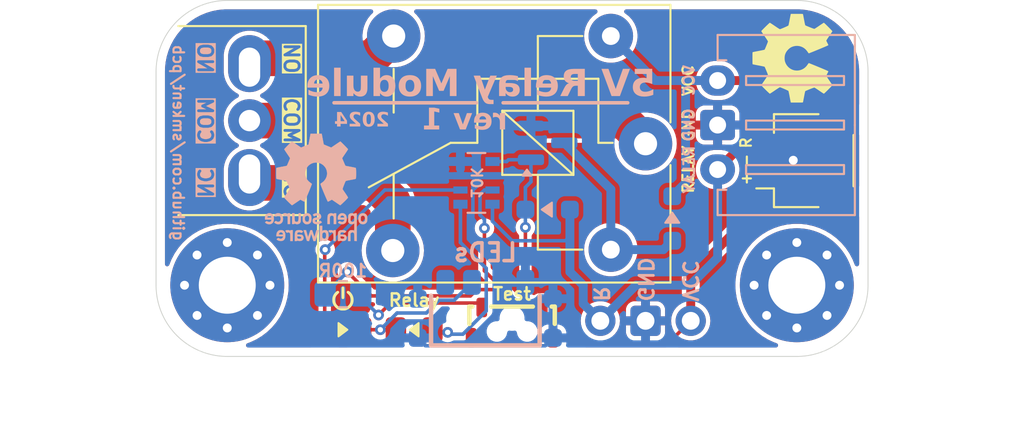
<source format=kicad_pcb>
(kicad_pcb (version 20240108) (generator "pcbnew") (generator_version "8.0")
  (layers (0 "F.Cu" signal) (31 "B.Cu" signal) (34 "B.Paste" user) (35 "F.Paste" user) (36 "B.SilkS" user "B.Silkscreen") (37 "F.SilkS" user "F.Silkscreen") (38 "B.Mask" user) (39 "F.Mask" user) (44 "Edge.Cuts" user))
  (net 0 "")
  (net 1 "+5V")
  (net 2 "GND")
  (net 3 "LED_GND")
  (net 4 "Net-(LED1-A)")
  (net 6 "RELAY_1_COIL")
  (net 7 "Net-(D3-K)")
  (net 8 "RELAY_1_CONTROL")
  (net 9 "RELAY_1_SW_NO")
  (net 10 "RELAY_1_SW_NC")
  (net 11 "RELAY_1_SW_COMMON")
  (net 12 "Net-(LED0-A)")
  (net 13 "Net-(R1-Pad1)")
  (footprint "lcsc:SW-SMD_BZCN_TSA002A35XXX" (layer "F.Cu") (at 120 108.1 180)
    (property "Reference" "SW1" (hide yes))
    (property "Value" "Test Button")
    (pad "" np_thru_hole circle (at -0.85 -0.5 180) (size 0.65 0.65) (drill 0.65) (layers "F&B.Cu" "*.Mask"))
    (pad "" np_thru_hole circle (at 0.85 -0.5 180) (size 0.65 0.65) (drill 0.65) (layers "F&B.Cu" "*.Mask"))
    (pad "1" smd roundrect (at -1.7 0.85 180) (size 0.6 1.1) (layers "F.Cu" "F.Paste" "F.Mask") (net 7 "Net-(D3-K)"))
    (pad "2" smd roundrect (at 1.7 0.85 180) (size 0.6 1.1) (layers "F.Cu" "F.Paste" "F.Mask") (net 13 "Net-(R1-Pad1)"))
    (pad "3" smd roundrect (at 2.3 -0.85 180) (size 0.6 1.1) (layers "F.Cu" "F.Paste" "F.Mask"))
    (pad "4" smd roundrect (at -2.3 -0.85 180) (size 0.6 1.1) (layers "F.Cu" "F.Paste" "F.Mask"))
  )
  (footprint "custom:Conn_Combo_TerminalBlock_P3.5_JST-XH_1x03" (layer "F.Cu") (at 105.25 93.25 -90)
    (property "Reference" "J1" (hide yes))
    (property "Value" "P3.5")
    (pad "1" thru_hole oval (at 0.5 0 270) (size 3.2 2.4) (drill oval 2.2 1.2 (offset -0.2 0)) (layers "*.Cu" "*.Mask") (net 9 "RELAY_1_SW_NO"))
    (pad "2" thru_hole oval (at 3.5 0 270) (size 2.4 2.4) (drill 1.2) (layers "*.Cu" "*.Mask") (net 11 "RELAY_1_SW_COMMON"))
    (pad "3" thru_hole oval (at 6.5 0 270) (size 3.2 2.4) (drill oval 2.2 1.2 (offset 0.2 0)) (layers "*.Cu" "*.Mask") (net 10 "RELAY_1_SW_NC"))
  )
  (footprint "custom:JST_SH_SM03B-SRSS-TB_1x03-1MP_P1.00mm_Horizontal" (layer "F.Cu") (at 136.5 99 90)
    (property "Reference" "J0")
    (property "Value" "JST SH")
    (pad "1" smd roundrect (at -1 -2 90) (size 0.6 1.55) (layers "F.Cu" "F.Paste" "F.Mask") (net 1 "+5V"))
    (pad "2" smd roundrect (at 0 -2 90) (size 0.6 1.55) (layers "F.Cu" "F.Paste" "F.Mask") (net 2 "GND"))
    (pad "3" smd roundrect (at 1 -2 90) (size 0.6 1.55) (layers "F.Cu" "F.Paste" "F.Mask") (net 8 "RELAY_1_CONTROL"))
    (pad "MP" smd roundrect (at -2.3 1.875 90) (size 1.2 1.8) (layers "F.Cu" "F.Paste" "F.Mask") (roundrect_rratio 0.208333) (net 2 "GND"))
    (pad "MP" smd roundrect (at 2.3 1.875 90) (size 1.2 1.8) (layers "F.Cu" "F.Paste" "F.Mask") (roundrect_rratio 0.208333) (net 2 "GND"))
  )
  (footprint "custom:PinHeader_1x03_P2.54mm_Vertical_simple_pad2gnd" (layer "F.Cu") (at 130.04 108 -90)
    (property "Reference" "J10" (hide yes))
    (property "Value" "Pin Headers")
    (pad "1" thru_hole circle (at 0 0 270) (size 1.7 1.7) (drill 1) (layers "*.Cu" "*.Mask") (net 1 "+5V"))
    (pad "2" thru_hole roundrect (at 0 2.54 270) (size 1.7 1.7) (drill 1) (layers "*.Cu" "*.Mask") (roundrect_rratio 0.1470588235) (net 2 "GND"))
    (pad "3" thru_hole oval (at 0 5.08 270) (size 1.7 1.7) (drill 1) (layers "*.Cu" "*.Mask") (net 8 "RELAY_1_CONTROL"))
  )
  (footprint "MountingHole:MountingHole_3.2mm_M3_Pad_Via" (layer "F.Cu") (at 136 106)
    (property "Reference" "REF**" (hide yes))
    (property "Value" "MountingHole_3.2mm_M3_Pad_Via")
    (pad "1" thru_hole circle (at -2.4 0) (size 0.8 0.8) (drill 0.5) (layers "*.Cu" "*.Mask"))
    (pad "1" thru_hole circle (at -1.697056 -1.697056) (size 0.8 0.8) (drill 0.5) (layers "*.Cu" "*.Mask"))
    (pad "1" thru_hole circle (at -1.697056 1.697056) (size 0.8 0.8) (drill 0.5) (layers "*.Cu" "*.Mask"))
    (pad "1" thru_hole circle (at 0 -2.4) (size 0.8 0.8) (drill 0.5) (layers "*.Cu" "*.Mask"))
    (pad "1" thru_hole circle (at 0 0) (size 6.4 6.4) (drill 3.2) (layers "*.Cu" "*.Mask"))
    (pad "1" thru_hole circle (at 0 2.4) (size 0.8 0.8) (drill 0.5) (layers "*.Cu" "*.Mask"))
    (pad "1" thru_hole circle (at 1.697056 -1.697056) (size 0.8 0.8) (drill 0.5) (layers "*.Cu" "*.Mask"))
    (pad "1" thru_hole circle (at 1.697056 1.697056) (size 0.8 0.8) (drill 0.5) (layers "*.Cu" "*.Mask"))
    (pad "1" thru_hole circle (at 2.4 0) (size 0.8 0.8) (drill 0.5) (layers "*.Cu" "*.Mask"))
  )
  (footprint "custom:LED_0805_2012Metric_Pad1.15x1.40mm_HandSolder_simple" (layer "F.Cu") (at 114.5 108.5)
    (property "Reference" "LED1" (hide yes))
    (property "Value" "LED")
    (pad "1" smd roundrect (at -1.025 0) (size 1.15 1.4) (layers "F.Cu" "F.Paste" "F.Mask") (roundrect_rratio 0.217391) (net 3 "LED_GND"))
    (pad "2" smd roundrect (at 1.025 0) (size 1.15 1.4) (layers "F.Cu" "F.Paste" "F.Mask") (roundrect_rratio 0.217391) (net 4 "Net-(LED1-A)"))
  )
  (footprint "graphics:icon-power-1.5mm" (layer "F.Cu") (at 110.5 106.75)
    (property "Reference" "G***" (hide yes))
    (property "Value" "LOGO" (hide yes))
  )
  (footprint "custom:LED_0805_2012Metric_Pad1.15x1.40mm_HandSolder_simple" (layer "F.Cu") (at 110.5 108.5 180)
    (property "Reference" "LED0" (hide yes))
    (property "Value" "LED")
    (pad "1" smd roundrect (at -1.025 0 180) (size 1.15 1.4) (layers "F.Cu" "F.Paste" "F.Mask") (roundrect_rratio 0.217391) (net 3 "LED_GND"))
    (pad "2" smd roundrect (at 1.025 0 180) (size 1.15 1.4) (layers "F.Cu" "F.Paste" "F.Mask") (roundrect_rratio 0.217391) (net 12 "Net-(LED0-A)"))
  )
  (footprint "Relay_THT:Relay_SPDT_SANYOU_SRD_Series_Form_C" (layer "F.Cu") (at 127.5 98.05 180)
    (property "Reference" "K1" (hide yes))
    (property "Value" "Relay_SPDT")
    (pad "1" thru_hole circle (at 0 0 270) (size 3 3) (drill 1.3) (layers "*.Cu" "*.Mask") (net 11 "RELAY_1_SW_COMMON"))
    (pad "2" thru_hole circle (at 1.95 6.05 270) (size 2.5 2.5) (drill 1) (layers "*.Cu" "*.Mask") (net 1 "+5V"))
    (pad "3" thru_hole circle (at 14.15 6.05 270) (size 3 3) (drill 1.3) (layers "*.Cu" "*.Mask") (net 9 "RELAY_1_SW_NO"))
    (pad "4" thru_hole circle (at 14.2 -6 270) (size 3 3) (drill 1.3) (layers "*.Cu" "*.Mask") (net 10 "RELAY_1_SW_NC"))
    (pad "5" thru_hole circle (at 1.95 -5.95 270) (size 2.5 2.5) (drill 1) (layers "*.Cu" "*.Mask") (net 6 "RELAY_1_COIL"))
  )
  (footprint "MountingHole:MountingHole_3.2mm_M3_Pad_Via" (layer "F.Cu") (at 104 106)
    (property "Reference" "REF**" (hide yes))
    (property "Value" "MountingHole_3.2mm_M3_Pad_Via")
    (pad "1" thru_hole circle (at -2.4 0) (size 0.8 0.8) (drill 0.5) (layers "*.Cu" "*.Mask"))
    (pad "1" thru_hole circle (at -1.697056 -1.697056) (size 0.8 0.8) (drill 0.5) (layers "*.Cu" "*.Mask"))
    (pad "1" thru_hole circle (at -1.697056 1.697056) (size 0.8 0.8) (drill 0.5) (layers "*.Cu" "*.Mask"))
    (pad "1" thru_hole circle (at 0 -2.4) (size 0.8 0.8) (drill 0.5) (layers "*.Cu" "*.Mask"))
    (pad "1" thru_hole circle (at 0 0) (size 6.4 6.4) (drill 3.2) (layers "*.Cu" "*.Mask"))
    (pad "1" thru_hole circle (at 0 2.4) (size 0.8 0.8) (drill 0.5) (layers "*.Cu" "*.Mask"))
    (pad "1" thru_hole circle (at 1.697056 -1.697056) (size 0.8 0.8) (drill 0.5) (layers "*.Cu" "*.Mask"))
    (pad "1" thru_hole circle (at 1.697056 1.697056) (size 0.8 0.8) (drill 0.5) (layers "*.Cu" "*.Mask"))
    (pad "1" thru_hole circle (at 2.4 0) (size 0.8 0.8) (drill 0.5) (layers "*.Cu" "*.Mask"))
  )
  (footprint "graphics:oshw-logo-5mm" (layer "F.Cu") (at 135.75 93.25 90)
    (property "Reference" "G***" (hide yes))
    (property "Value" "LOGO" (hide yes))
  )
  (footprint "Symbol:OSHW-Logo_5.7x6mm_SilkScreen" (layer "B.Cu") (at 109 100.5 180)
    (property "Reference" "REF**" (hide yes))
    (property "Value" "OSHW-Logo_5.7x6mm_SilkScreen" (hide yes))
  )
  (footprint "Resistor_SMD:R_Array_Convex_4x0603" (layer "B.Cu") (at 118 100.25)
    (property "Reference" "RN1" (hide yes))
    (property "Value" "10K")
    (pad "1" smd rect (at -0.9 1.2) (size 0.8 0.5) (layers "B.Cu" "B.Paste" "B.Mask") (net 4 "Net-(LED1-A)"))
    (pad "2" smd rect (at -0.9 0.4) (size 0.8 0.4) (layers "B.Cu" "B.Paste" "B.Mask") (net 12 "Net-(LED0-A)"))
    (pad "3" smd rect (at -0.9 -0.4) (size 0.8 0.4) (layers "B.Cu" "B.Paste" "B.Mask") (net 2 "GND"))
    (pad "4" smd rect (at -0.9 -1.2) (size 0.8 0.5) (layers "B.Cu" "B.Paste" "B.Mask") (net 2 "GND"))
    (pad "5" smd rect (at 0.9 -1.2) (size 0.8 0.5) (layers "B.Cu" "B.Paste" "B.Mask") (net 7 "Net-(D3-K)"))
    (pad "6" smd rect (at 0.9 -0.4) (size 0.8 0.4) (layers "B.Cu" "B.Paste" "B.Mask") (net 2 "GND"))
    (pad "7" smd rect (at 0.9 0.4) (size 0.8 0.4) (layers "B.Cu" "B.Paste" "B.Mask") (net 1 "+5V"))
    (pad "8" smd rect (at 0.9 1.2) (size 0.8 0.5) (layers "B.Cu" "B.Paste" "B.Mask") (net 8 "RELAY_1_CONTROL"))
  )
  (footprint "custom:D_SOD-323_HandSoldering_simple" (layer "B.Cu") (at 129 102.25 -90)
    (property "Reference" "D1" (hide yes))
    (property "Value" "1N4148WS")
    (pad "1" smd roundrect (at -1.25 0 270) (size 1 1) (layers "B.Cu" "B.Paste" "B.Mask") (net 1 "+5V"))
    (pad "2" smd roundrect (at 1.25 0 270) (size 1 1) (layers "B.Cu" "B.Paste" "B.Mask") (net 6 "RELAY_1_COIL"))
  )
  (footprint "custom:D_SOD-323_HandSoldering_simple" (layer "B.Cu") (at 122 101.75)
    (property "Reference" "D3" (hide yes))
    (property "Value" "1N4148WS")
    (pad "1" smd roundrect (at -1.25 0) (size 1 1) (layers "B.Cu" "B.Paste" "B.Mask") (net 7 "Net-(D3-K)"))
    (pad "2" smd roundrect (at 1.25 0) (size 1 1) (layers "B.Cu" "B.Paste" "B.Mask") (net 8 "RELAY_1_CONTROL"))
  )
  (footprint "custom:JST_XH_S3B-XH_1x03_P2.50mm_Horizontal_pad2gnd" (layer "B.Cu") (at 131.55 94.5 -90)
    (property "Reference" "J2" (hide yes))
    (property "Value" "JST XH")
    (pad "1" thru_hole oval (at 0 0 270) (size 1.7 1.95) (drill 0.95) (layers "*.Cu" "*.Mask") (net 1 "+5V"))
    (pad "2" thru_hole roundrect (at 2.5 0 270) (size 1.7 1.95) (drill 0.95) (layers "*.Cu" "*.Mask") (roundrect_rratio 0.1470588235) (net 2 "GND"))
    (pad "3" thru_hole oval (at 5 0 270) (size 1.7 1.95) (drill 0.95) (layers "*.Cu" "*.Mask") (net 8 "RELAY_1_CONTROL"))
  )
  (footprint "custom:SOT-23_simple" (layer "B.Cu") (at 122 98)
    (property "Reference" "Q1" (hide yes))
    (property "Value" "BSS138")
    (pad "1" smd roundrect (at -0.9375 0.95) (size 1.475 0.6) (layers "B.Cu" "B.Paste" "B.Mask") (net 7 "Net-(D3-K)"))
    (pad "2" smd roundrect (at -0.9375 -0.95) (size 1.475 0.6) (layers "B.Cu" "B.Paste" "B.Mask") (net 2 "GND"))
    (pad "3" smd roundrect (at 0.9375 0) (size 1.475 0.6) (layers "B.Cu" "B.Paste" "B.Mask") (net 6 "RELAY_1_COIL"))
  )
  (footprint "Resistor_SMD:R_0805_2012Metric_Pad1.20x1.40mm_HandSolder" (layer "B.Cu") (at 110.5 106.5 180)
    (property "Reference" "R1" (hide yes))
    (property "Value" "100R")
    (pad "1" smd roundrect (at -1 0 180) (size 1.2 1.4) (layers "B.Cu" "B.Paste" "B.Mask") (roundrect_rratio 0.208333) (net 13 "Net-(R1-Pad1)"))
    (pad "2" smd roundrect (at 1 0 180) (size 1.2 1.4) (layers "B.Cu" "B.Paste" "B.Mask") (roundrect_rratio 0.208333) (net 1 "+5V"))
  )
  (footprint "lcsc:SW-SMD_3P-P1.50_L2.7-W6.6" (layer "B.Cu") (at 118.5 107.4 180)
    (property "Reference" "SW0" (hide yes))
    (property "Value" "SW_SPDT_MountingPin")
    (pad "" np_thru_hole circle (at -1.5 -0.46 180) (size 0.9 0.9) (drill 0.9) (layers "F&B.Cu" "*.Mask"))
    (pad "" np_thru_hole circle (at 1.5 -0.46 180) (size 0.9 0.9) (drill 0.9) (layers "F&B.Cu" "*.Mask"))
    (pad "1" smd roundrect (at -2.25 1.56 180) (size 1 1.4) (layers "B.Cu" "B.Paste" "B.Mask") (net 2 "GND"))
    (pad "2" smd roundrect (at 0.75 1.56 180) (size 1 1.4) (layers "B.Cu" "B.Paste" "B.Mask") (net 3 "LED_GND"))
    (pad "3" smd roundrect (at 2.25 1.56 180) (size 1 1.4) (layers "B.Cu" "B.Paste" "B.Mask"))
    (pad "MP" smd roundrect (at -3.8 -1.56 180) (size 1 1) (layers "B.Cu" "B.Paste" "B.Mask") (net 2 "GND"))
    (pad "MP" smd roundrect (at -3.8 0.64 180) (size 1 1) (layers "B.Cu" "B.Paste" "B.Mask") (net 2 "GND"))
    (pad "MP" smd roundrect (at 3.8 -1.56 180) (size 1 1) (layers "B.Cu" "B.Paste" "B.Mask") (net 2 "GND"))
    (pad "MP" smd roundrect (at 3.8 0.64 180) (size 1 1) (layers "B.Cu" "B.Paste" "B.Mask") (net 2 "GND"))
  )
  (gr_line (start 126.5 95.75) (end 119.5 95.75) (stroke (width 0.2)) (layer "B.SilkS"))
  (gr_line (start 118 95.75) (end 110 95.75) (stroke (width 0.2)) (layer "B.SilkS"))
  (gr_poly (pts (arc (start 104 90) (mid 101.171573 91.171573) (end 100 94)) (arc (start 100 106) (mid 101.171573 108.828427) (end 104 110)) (arc (start 136 110) (mid 138.828427 108.828427) (end 140 106)) (arc (start 140 94) (mid 138.828427 91.171573) (end 136 90))) (stroke (width 0.05)) (fill none) (layer "Edge.Cuts"))
  (gr_text "100R" (at 110.5 105.6 0) (layer "B.SilkS") (effects (font (size 0.7 0.7) (thickness 0.14) (bold yes)) (justify bottom mirror)))
  (gr_text "LEDs" (at 118.5 104.75 -0) (layer "B.SilkS") (effects (font (size 1 1) (thickness 0.2) (bold yes)) (justify bottom mirror)))
  (gr_text "NC" (at 102.75 100.25 -90) (layer "B.SilkS" knockout) (effects (font (size 0.8 0.8) (thickness 0.16) (bold yes)) (justify mirror)))
  (gr_text "5V Relay Module" (at 118.25 94.75 0) (layer "B.SilkS") (effects (font (size 1.5 1.5) (thickness 0.3) (bold yes)) (justify mirror)))
  (gr_text "rev 1" (at 119.75 96.75 0) (layer "B.SilkS") (effects (font (size 1.2 1.2) (thickness 0.24) (bold yes)) (justify left mirror)))
  (gr_text "RELAY" (at 130.3 99.5 90) (layer "B.SilkS") (effects (font (size 0.6 0.6) (thickness 0.12) (bold yes)) (justify bottom mirror)))
  (gr_text "NO" (at 102.75 93.25 -90) (layer "B.SilkS" knockout) (effects (font (size 0.8 0.8) (thickness 0.16) (bold yes)) (justify mirror)))
  (gr_text "10K" (at 118 100.25 -90) (layer "B.SilkS") (effects (font (size 0.6 0.6) (thickness 0.12) (bold yes)) (justify mirror)))
  (gr_text "2024" (at 110 96.75 0) (layer "B.SilkS") (effects (font (size 0.8 0.8) (thickness 0.24) (bold yes)) (justify right mirror)))
  (gr_text "R" (at 125 107 -90) (layer "B.SilkS") (effects (font (size 0.8 0.8) (thickness 0.16) (bold yes)) (justify left mirror)))
  (gr_text "github.com/smkent/pcb" (at 101.25 98 -90) (layer "B.SilkS") (effects (font (size 0.6 0.6) (thickness 0.12) (bold yes)) (justify mirror)))
  (gr_text "VCC" (at 130.3 94.5 90) (layer "B.SilkS") (effects (font (size 0.6 0.6) (thickness 0.12) (bold yes)) (justify bottom mirror)))
  (gr_text "GND" (at 127.5 107 -90) (layer "B.SilkS") (effects (font (size 0.8 0.8) (thickness 0.16) (bold yes)) (justify left mirror)))
  (gr_text "VCC" (at 130 107 -90) (layer "B.SilkS") (effects (font (size 0.8 0.8) (thickness 0.16) (bold yes)) (justify left mirror)))
  (gr_text "GND" (at 130.3 97 90) (layer "B.SilkS") (effects (font (size 0.6 0.6) (thickness 0.12) (bold yes)) (justify bottom mirror)))
  (gr_text "COM" (at 102.75 96.75 -90) (layer "B.SilkS" knockout) (effects (font (size 0.8 0.8) (thickness 0.16) (bold yes)) (justify mirror)))
  (gr_text "Relay" (at 114.5 107.25 0) (layer "F.SilkS") (effects (font (size 0.7 0.7) (thickness 0.14) (bold yes)) (justify bottom)))
  (gr_text "VCC" (at 130.25 94.5 90) (layer "F.SilkS") (effects (font (size 0.6 0.6) (thickness 0.12) (bold yes)) (justify bottom)))
  (gr_text "GND" (at 130.25 97 90) (layer "F.SilkS") (effects (font (size 0.6 0.6) (thickness 0.12) (bold yes)) (justify bottom)))
  (gr_text "Test" (at 120 106.9 0) (layer "F.SilkS") (effects (font (size 0.7 0.7) (thickness 0.14) (bold yes)) (justify bottom)))
  (gr_text "R" (at 133.5 98 90) (layer "F.SilkS") (effects (font (size 0.6 0.6) (thickness 0.12) (bold yes)) (justify bottom)))
  (gr_text "COM" (at 107.6 96.75 -90) (layer "F.SilkS" knockout) (effects (font (size 0.8 0.8) (thickness 0.16) (bold yes))))
  (gr_text "NO" (at 107.6 93.25 -90) (layer "F.SilkS" knockout) (effects (font (size 0.8 0.8) (thickness 0.16) (bold yes))))
  (gr_text "+" (at 133.5 100 90) (layer "F.SilkS") (effects (font (size 0.6 0.6) (thickness 0.12) (bold yes)) (justify bottom)))
  (gr_text "RELAY" (at 130.25 99.5 90) (layer "F.SilkS") (effects (font (size 0.6 0.6) (thickness 0.12) (bold yes)) (justify bottom)))
  (gr_text "-" (at 133.5 99 90) (layer "F.SilkS") (effects (font (size 0.6 0.6) (thickness 0.12) (bold yes)) (justify bottom)))
  (gr_text "NC" (at 107.6 100.25 -90) (layer "F.SilkS" knockout) (effects (font (size 0.8 0.8) (thickness 0.16) (bold yes))))
  (segment (start 118.448454 102.795103) (end 118.448454 105.189006) (width 0.2) (layer "F.Cu") (net 1))
  (segment (start 133.5 94.5) (end 131.55 94.5) (width 0.5) (layer "F.Cu") (net 1))
  (segment (start 120.8 107.528629) (end 120.331371 107.06) (width 0.2) (layer "F.Cu") (net 1))
  (segment (start 118.014172 106.245276) (end 117.659448 106.6) (width 0.2) (layer "F.Cu") (net 1))
  (segment (start 134.5 101) (end 130.04 105.46) (width 0.5) (layer "F.Cu") (net 1))
  (segment (start 130.04 108) (end 128.64 109.4) (width 0.2) (layer "F.Cu") (net 1))
  (segment (start 135.75 96.75) (end 133.5 94.5) (width 0.5) (layer "F.Cu") (net 1))
  (segment (start 119.504724 106.245276) (end 118.014172 106.245276) (width 0.2) (layer "F.Cu") (net 1))
  (segment (start 128.64 109.4) (end 124.15 109.4) (width 0.2) (layer "F.Cu") (net 1))
  (segment (start 122.85 108.1) (end 121.359448 108.1) (width 0.2) (layer "F.Cu") (net 1))
  (segment (start 134.5 100) (end 136.25 100) (width 0.5) (layer "F.Cu") (net 1))
  (segment (start 120.319448 107.06) (end 119.659448 106.4) (width 0.2) (layer "F.Cu") (net 1))
  (segment (start 118.448454 105.189006) (end 119.659448 106.4) (width 0.2) (layer "F.Cu") (net 1))
  (segment (start 119.659448 106.4) (end 119.504724 106.245276) (width 0.2) (layer "F.Cu") (net 1))
  (segment (start 124.15 109.4) (end 122.85 108.1) (width 0.2) (layer "F.Cu") (net 1))
  (segment (start 135.75 97.584745) (end 135.75 96.75) (width 0.5) (layer "F.Cu") (net 1))
  (segment (start 117.659448 106.6) (end 112.1 106.6) (width 0.2) (layer "F.Cu") (net 1))
  (segment (start 121.359448 108.1) (end 120.8 107.540552) (width 0.2) (layer "F.Cu") (net 1))
  (segment (start 120.331371 107.06) (end 120.319448 107.06) (width 0.2) (layer "F.Cu") (net 1))
  (segment (start 136.25 100) (end 136.75 99.5) (width 0.5) (layer "F.Cu") (net 1))
  (segment (start 120.8 107.540552) (end 120.8 107.528629) (width 0.2) (layer "F.Cu") (net 1))
  (segment (start 134.5 100) (end 134.5 101) (width 0.5) (layer "F.Cu") (net 1))
  (segment (start 136.75 99.5) (end 136.75 98.584745) (width 0.5) (layer "F.Cu") (net 1))
  (segment (start 112.1 106.6) (end 110.75 105.25) (width 0.2) (layer "F.Cu") (net 1))
  (segment (start 136.75 98.584745) (end 135.75 97.584745) (width 0.5) (layer "F.Cu") (net 1))
  (segment (start 130.04 105.46) (end 130.04 108) (width 0.5) (layer "F.Cu") (net 1))
  (via (at 118.448454 102.795103) (size 0.6) (drill 0.3) (layers "F.Cu" "B.Cu") (net 1))
  (via (at 110.75 105.25) (size 0.6) (drill 0.3) (layers "F.Cu" "B.Cu") (net 1))
  (segment (start 118.2 100.9) (end 118.45 100.65) (width 0.2) (layer "B.Cu") (net 1))
  (segment (start 118.448454 102.795103) (end 118.448454 102.298454) (width 0.2) (layer "B.Cu") (net 1))
  (segment (start 118.2 102.05) (end 118.2 100.9) (width 0.2) (layer "B.Cu") (net 1))
  (segment (start 118.448454 102.298454) (end 118.2 102.05) (width 0.2) (layer "B.Cu") (net 1))
  (segment (start 129 101) (end 129.75 100.25) (width 0.5) (layer "B.Cu") (net 1))
  (segment (start 128.05 94.5) (end 125.55 92) (width 0.5) (layer "B.Cu") (net 1))
  (segment (start 129.75 100.25) (end 129.75 94.5) (width 0.5) (layer "B.Cu") (net 1))
  (segment (start 131.55 94.5) (end 128.05 94.5) (width 0.5) (layer "B.Cu") (net 1))
  (segment (start 118.45 100.65) (end 118.9 100.65) (width 0.2) (layer "B.Cu") (net 1))
  (segment (start 109.5 106.5) (end 110.75 105.25) (width 0.2) (layer "B.Cu") (net 1))
  (segment (start 129.75 94.5) (end 131.55 94.5) (width 0.5) (layer "B.Cu") (net 1))
  (segment (start 135.778248 99) (end 135.8 98.978248) (width 0.5) (layer "F.Cu") (net 2))
  (segment (start 134.5 99) (end 135.778248 99) (width 0.5) (layer "F.Cu") (net 2))
  (via (at 135.8 98.978248) (size 1) (drill 0.5) (layers "F.Cu" "B.Cu") (net 2))
  (segment (start 114.7 108.96) (end 115.14 109.4) (width 0.2) (layer "B.Cu") (net 2))
  (segment (start 118.9 99.85) (end 118.3 99.85) (width 0.2) (layer "B.Cu") (net 2))
  (segment (start 121.86 109.4) (end 122.3 108.96) (width 0.2) (layer "B.Cu") (net 2))
  (segment (start 117.8 100.35) (end 117.8 103.3) (width 0.2) (layer "B.Cu") (net 2))
  (segment (start 115.14 109.4) (end 121.86 109.4) (width 0.2) (layer "B.Cu") (net 2))
  (segment (start 120.34 105.84) (end 120.75 105.84) (width 0.2) (layer "B.Cu") (net 2))
  (segment (start 118.3 99.85) (end 117.8 100.35) (width 0.2) (layer "B.Cu") (net 2))
  (segment (start 117.8 103.3) (end 120.34 105.84) (width 0.2) (layer "B.Cu") (net 2))
  (segment (start 113.475 108.5) (end 111.525 108.5) (width 0.2) (layer "F.Cu") (net 3))
  (via (at 112.6 108.5) (size 0.6) (drill 0.3) (layers "F.Cu" "B.Cu") (net 3))
  (segment (start 115.184744 107.56) (end 113.54 107.56) (width 0.2) (layer "B.Cu") (net 3))
  (segment (start 115.904744 106.84) (end 115.184744 107.56) (width 0.2) (layer "B.Cu") (net 3))
  (segment (start 113.54 107.56) (end 112.6 108.5) (width 0.2) (layer "B.Cu") (net 3))
  (segment (start 116.75 106.84) (end 115.904744 106.84) (width 0.2) (layer "B.Cu") (net 3))
  (segment (start 117.75 105.84) (end 116.75 106.84) (width 0.2) (layer "B.Cu") (net 3))
  (segment (start 116.384356 108.648025) (end 115.673025 108.648025) (width 0.2) (layer "F.Cu") (net 4))
  (segment (start 115.673025 108.648025) (end 115.525 108.5) (width 0.2) (layer "F.Cu") (net 4))
  (via (at 116.384356 108.648025) (size 0.6) (drill 0.3) (layers "F.Cu" "B.Cu") (net 4))
  (segment (start 118.55 105.05) (end 118.55 107.441371) (width 0.2) (layer "B.Cu") (net 4))
  (segment (start 117.1 103.6) (end 118.55 105.05) (width 0.2) (layer "B.Cu") (net 4))
  (segment (start 116.486331 108.75) (end 116.384356 108.648025) (width 0.2) (layer "B.Cu") (net 4))
  (segment (start 118.55 107.441371) (end 117.241371 108.75) (width 0.2) (layer "B.Cu") (net 4))
  (segment (start 117.1 101.45) (end 117.1 103.6) (width 0.2) (layer "B.Cu") (net 4))
  (segment (start 117.241371 108.75) (end 116.486331 108.75) (width 0.2) (layer "B.Cu") (net 4))
  (segment (start 128.5 104) (end 129 103.5) (width 0.5) (layer "B.Cu") (net 6))
  (segment (start 122.9375 98) (end 125.55 100.6125) (width 0.5) (layer "B.Cu") (net 6))
  (segment (start 125.55 100.6125) (end 125.55 104) (width 0.5) (layer "B.Cu") (net 6))
  (segment (start 125.55 104) (end 128.5 104) (width 0.5) (layer "B.Cu") (net 6))
  (segment (start 120.75 106.824866) (end 121.175134 107.25) (width 0.2) (layer "F.Cu") (net 7))
  (segment (start 121.175134 107.25) (end 121.7 107.25) (width 0.2) (layer "F.Cu") (net 7))
  (segment (start 120.75 102.75) (end 120.75 106.824866) (width 0.2) (layer "F.Cu") (net 7))
  (via (at 120.75 102.75) (size 0.6) (drill 0.3) (layers "F.Cu" "B.Cu") (net 7))
  (segment (start 120.75 102.75) (end 120.75 101.75) (width 0.2) (layer "B.Cu") (net 7))
  (segment (start 119.8 98.95) (end 121.0625 98.95) (width 0.2) (layer "B.Cu") (net 7))
  (segment (start 119.7 99.05) (end 119.8 98.95) (width 0.2) (layer "B.Cu") (net 7))
  (segment (start 120.75 100.5) (end 121.0625 100.1875) (width 0.2) (layer "B.Cu") (net 7))
  (segment (start 120.75 101.75) (end 120.75 100.5) (width 0.2) (layer "B.Cu") (net 7))
  (segment (start 121.0625 100.1875) (end 121.0625 98.95) (width 0.2) (layer "B.Cu") (net 7))
  (segment (start 118.9 99.05) (end 119.7 99.05) (width 0.2) (layer "B.Cu") (net 7))
  (segment (start 134.5 98) (end 133.05 98) (width 0.5) (layer "F.Cu") (net 8))
  (segment (start 133.05 98) (end 131.55 99.5) (width 0.5) (layer "F.Cu") (net 8))
  (segment (start 118.9 101.45) (end 118.9 102.4) (width 0.2) (layer "B.Cu") (net 8))
  (segment (start 123.25 105.25) (end 123.25 101.75) (width 0.5) (layer "B.Cu") (net 8))
  (segment (start 124 107.04) (end 124 106) (width 0.5) (layer "B.Cu") (net 8))
  (segment (start 131.55 99.5) (end 131.55 104.45) (width 0.5) (layer "B.Cu") (net 8))
  (segment (start 124.96 108) (end 124 107.04) (width 0.5) (layer "B.Cu") (net 8))
  (segment (start 126.96 106) (end 124.96 108) (width 0.5) (layer "B.Cu") (net 8))
  (segment (start 123 103.5) (end 123.25 103.25) (width 0.2) (layer "B.Cu") (net 8))
  (segment (start 131.55 104.45) (end 130 106) (width 0.5) (layer "B.Cu") (net 8))
  (segment (start 123.25 103.25) (end 123.25 101.75) (width 0.2) (layer "B.Cu") (net 8))
  (segment (start 124 106) (end 123.25 105.25) (width 0.5) (layer "B.Cu") (net 8))
  (segment (start 130 106) (end 126.96 106) (width 0.5) (layer "B.Cu") (net 8))
  (segment (start 120 103.5) (end 123 103.5) (width 0.2) (layer "B.Cu") (net 8))
  (segment (start 118.9 102.4) (end 120 103.5) (width 0.2) (layer "B.Cu") (net 8))
  (segment (start 112.1 93.25) (end 113.35 92) (width 2) (layer "F.Cu") (net 9))
  (segment (start 105.25 93.75) (end 105.75 93.25) (width 2) (layer "F.Cu") (net 9))
  (segment (start 105.75 93.25) (end 112.1 93.25) (width 2) (layer "F.Cu") (net 9))
  (segment (start 113.3 104.05) (end 113.3 101.3) (width 2) (layer "F.Cu") (net 10))
  (segment (start 105.75 100.25) (end 105.25 99.75) (width 2) (layer "F.Cu") (net 10))
  (segment (start 112.25 100.25) (end 105.75 100.25) (width 2) (layer "F.Cu") (net 10))
  (segment (start 113.3 101.3) (end 112.25 100.25) (width 2) (layer "F.Cu") (net 10))
  (segment (start 127.5 98) (end 127.5 98.05) (width 2) (layer "F.Cu") (net 11))
  (segment (start 126.25 96.75) (end 105.25 96.75) (width 2) (layer "F.Cu") (net 11))
  (segment (start 126.25 96.75) (end 127.5 98) (width 2) (layer "F.Cu") (net 11))
  (segment (start 109.5 104) (end 109.475 104.025) (width 0.2) (layer "F.Cu") (net 12))
  (segment (start 109.475 104.025) (end 109.475 108.5) (width 0.2) (layer "F.Cu") (net 12))
  (via (at 109.5 104) (size 0.6) (drill 0.3) (layers "F.Cu" "B.Cu") (net 12))
  (segment (start 112.85 100.65) (end 117.1 100.65) (width 0.2) (layer "B.Cu") (net 12))
  (segment (start 109.5 104) (end 112.85 100.65) (width 0.2) (layer "B.Cu") (net 12))
  (segment (start 112.499999 107.672829) (end 113.172828 107) (width 0.2) (layer "F.Cu") (net 13))
  (segment (start 118.05 107) (end 118.3 107.25) (width 0.2) (layer "F.Cu") (net 13))
  (segment (start 113.172828 107) (end 118.05 107) (width 0.2) (layer "F.Cu") (net 13))
  (via (at 112.499999 107.672829) (size 0.6) (drill 0.3) (layers "F.Cu" "B.Cu") (net 13))
  (segment (start 112.499999 107.672829) (end 111.5 106.67283) (width 0.2) (layer "B.Cu") (net 13))
  (segment (start 111.5 106.67283) (end 111.5 106.5) (width 0.2) (layer "B.Cu") (net 13))
  (zone (net 2) (net_name "GND") (layers "F&B.Cu") (connect_pads (clearance 0.25)) (min_thickness 0.25) (fill yes (thermal_gap 0.25) (thermal_bridge_width 0.5))
    (polygon (pts (xy 100 90) (xy 140 90) (xy 140 110) (xy 100 110)))
  )
)
</source>
